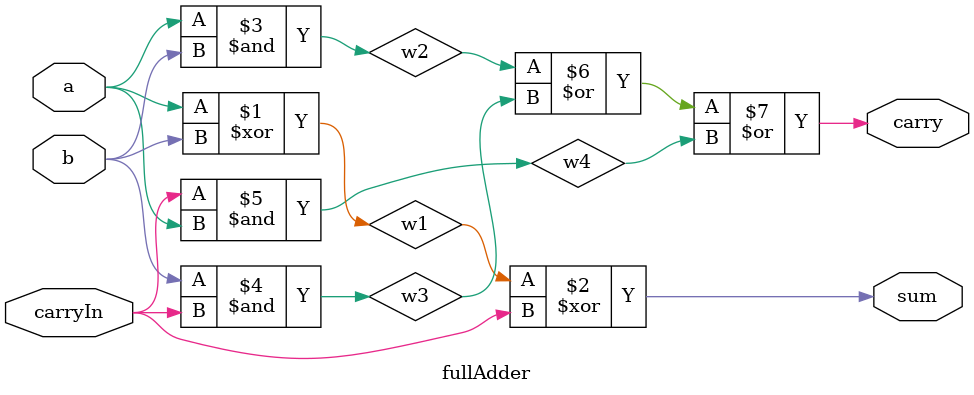
<source format=sv>


module fullAdder ( 		// defining data inputs and outputs
	input wire a, 		// input data
	input wire b,
	input wire carryIn,
    output wire sum,
    output wire carry
);

    wire w1, w2, w3, w4;	// connective wires

    xor(w1, a, b);		// finding the sum from a, b, and our carry in	
    xor(sum, w1, carryIn);	// xor used in lieu of AND, OR, & NOT for clarity

    and(w2, a, b);		//parameters needed to obtain carry out
    and(w3, b, carryIn);
    and(w4, carryIn, a);	

    or (carry, w2, w3, w4);	// calculating the carry out
    
endmodule

</source>
